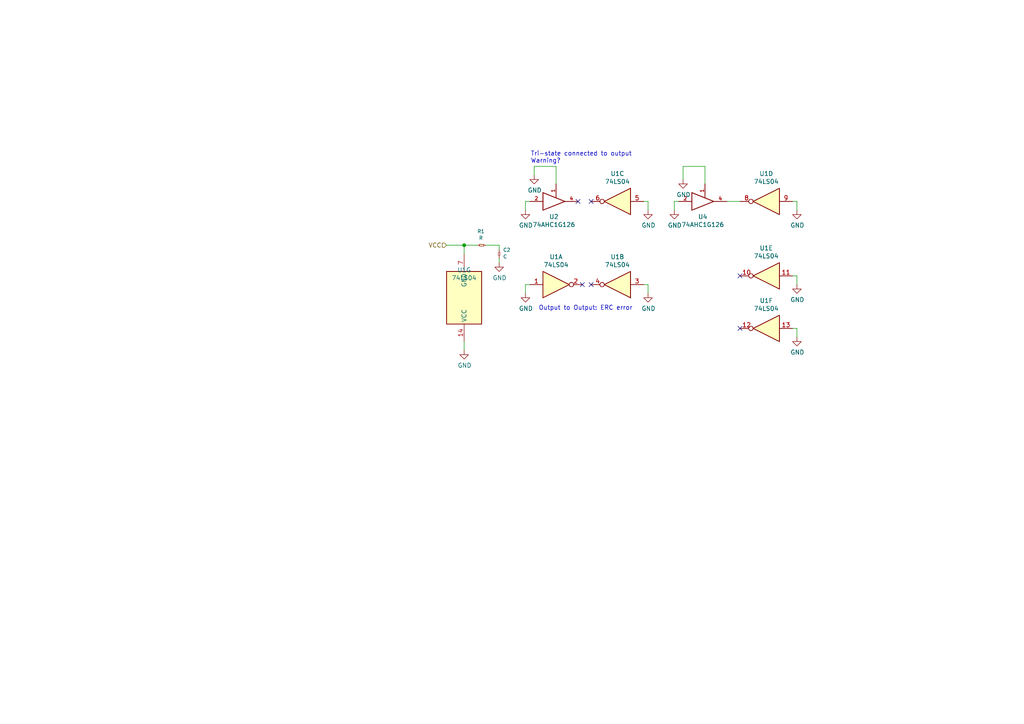
<source format=kicad_sch>
(kicad_sch (version 20230121) (generator eeschema)
  (paper "A4")
  (lib_symbols
    (symbol "74xGxx:74AHC1G126" (pin_names (offset 1.016))
      (property "Reference" "U" (at -2.54 3.81 0))
      (property "Value" "74AHC1G126" (at 0 -3.81 0))
      (symbol "74AHC1G126_0_1"
        (polyline (pts (xy -3.81 2.54) (xy -3.81 -2.54) (xy 2.54 0) (xy -3.81 2.54)) (stroke (width 0.254)))
      )
      (symbol "74AHC1G126_1_1"
        (pin input line (at 0 5.08 270) (length 3.937) (name "~") (number "1"))
        (pin input line (at -7.62 0 0) (length 3.81) (name "~") (number "2"))
        (pin power_in line (at 1.27 -1.27 270) (length 0) hide (name "GND") (number "3"))
        (pin tri_state line (at 6.35 0 180) (length 3.81) (name "~") (number "4"))
        (pin power_in line (at 1.27 1.27 90) (length 0) hide (name "VCC") (number "5"))
      )
    )
    (symbol "74xx:74LS04"
      (property "Reference" "U" (at 0 1.27 0))
      (property "Value" "74LS04" (at 0 -1.27 0))
      (symbol "74LS04_1_0"
        (polyline (pts (xy -3.81 3.81) (xy -3.81 -3.81) (xy 3.81 0) (xy -3.81 3.81)) (stroke (width 0.254)) (fill (type background)))
        (pin input line (at -7.62 0 0) (length 3.81) (name "~") (number "1"))
        (pin output inverted (at 7.62 0 180) (length 3.81) (name "~") (number "2"))
      )
      (symbol "74LS04_2_0"
        (polyline (pts (xy -3.81 3.81) (xy -3.81 -3.81) (xy 3.81 0) (xy -3.81 3.81)) (stroke (width 0.254)) (fill (type background)))
        (pin input line (at -7.62 0 0) (length 3.81) (name "~") (number "3"))
        (pin output inverted (at 7.62 0 180) (length 3.81) (name "~") (number "4"))
      )
      (symbol "74LS04_3_0"
        (polyline (pts (xy -3.81 3.81) (xy -3.81 -3.81) (xy 3.81 0) (xy -3.81 3.81)) (stroke (width 0.254)) (fill (type background)))
        (pin input line (at -7.62 0 0) (length 3.81) (name "~") (number "5"))
        (pin output inverted (at 7.62 0 180) (length 3.81) (name "~") (number "6"))
      )
      (symbol "74LS04_4_0"
        (polyline (pts (xy -3.81 3.81) (xy -3.81 -3.81) (xy 3.81 0) (xy -3.81 3.81)) (stroke (width 0.254)) (fill (type background)))
        (pin output inverted (at 7.62 0 180) (length 3.81) (name "~") (number "8"))
        (pin input line (at -7.62 0 0) (length 3.81) (name "~") (number "9"))
      )
      (symbol "74LS04_5_0"
        (polyline (pts (xy -3.81 3.81) (xy -3.81 -3.81) (xy 3.81 0) (xy -3.81 3.81)) (stroke (width 0.254)) (fill (type background)))
        (pin output inverted (at 7.62 0 180) (length 3.81) (name "~") (number "10"))
        (pin input line (at -7.62 0 0) (length 3.81) (name "~") (number "11"))
      )
      (symbol "74LS04_6_0"
        (polyline (pts (xy -3.81 3.81) (xy -3.81 -3.81) (xy 3.81 0) (xy -3.81 3.81)) (stroke (width 0.254)) (fill (type background)))
        (pin output inverted (at 7.62 0 180) (length 3.81) (name "~") (number "12"))
        (pin input line (at -7.62 0 0) (length 3.81) (name "~") (number "13"))
      )
      (symbol "74LS04_7_0"
        (pin power_in line (at 0 12.7 270) (length 5.08) (name "VCC") (number "14"))
        (pin power_in line (at 0 -12.7 90) (length 5.08) (name "GND") (number "7"))
      )
      (symbol "74LS04_7_1"
        (rectangle (start -5.08 7.62) (end 5.08 -7.62) (stroke (width 0.254)) (fill (type background)))
      )
    )
    (symbol "fail-project-rescue:C-passive" (pin_numbers hide) (pin_names (offset 1.016) hide)
      (property "Reference" "C" (at 0 1.27 0))
      (property "Value" "C-passive" (at 0 -1.27 0))
      (symbol "C-passive_0_1"
        (polyline (pts (xy -0.635 0) (xy -1.27 0)))
        (polyline (pts (xy -0.635 0) (xy -0.381 0)))
        (polyline (pts (xy -0.254 0.381) (xy -0.254 -0.381)))
        (polyline (pts (xy 0.254 0.381) (xy 0.254 -0.381)))
        (polyline (pts (xy 0.635 0) (xy 0.254 0)))
        (polyline (pts (xy 1.27 0) (xy 0.635 0)))
      )
      (symbol "C-passive_1_1"
        (pin passive line (at -1.27 0 0) (length 0) (name "1") (number "1"))
        (pin passive line (at 1.27 0 0) (length 0) (name "2") (number "2"))
      )
    )
    (symbol "fail-project-rescue:R-passive" (pin_numbers hide) (pin_names (offset 1.016) hide)
      (property "Reference" "R" (at 0 1.27 0))
      (property "Value" "R-passive" (at 0 -1.27 0))
      (symbol "R-passive_0_1"
        (polyline (pts (xy -0.635 0) (xy -1.27 0)))
        (polyline (pts (xy 1.27 0) (xy 0.635 0)))
        (rectangle (start 0.635 0.254) (end -0.635 -0.254) (fill (type background)))
      )
      (symbol "R-passive_1_1"
        (pin passive line (at -1.27 0 0) (length 0) (name "1") (number "1"))
        (pin passive line (at 1.27 0 0) (length 0) (name "2") (number "2"))
      )
    )
    (symbol "power:GND" (power) (pin_names (offset 0))
      (property "Value" "GND" (at 0 -3.81 0))
      (symbol "GND_0_1"
        (polyline (pts (xy 0 0) (xy 0 -1.27) (xy 1.27 -1.27) (xy 0 -2.54) (xy -1.27 -1.27) (xy 0 -1.27)))
      )
      (symbol "GND_1_1"
        (pin power_in line (at 0 0 270) (length 0) hide (name "GND") (number "1"))
      )
    )
  )
  (junction (at 134.62 71.12))
  (no_connect (at 167.64 58.42))
  (no_connect (at 171.45 82.55))
  (no_connect (at 168.91 82.55))
  (no_connect (at 171.45 58.42))
  (no_connect (at 214.63 80.01))
  (no_connect (at 214.63 95.25))
  (wire (pts (xy 210.82 58.42) (xy 214.63 58.42)))
  (wire (pts (xy 231.14 58.42) (xy 231.14 60.96)))
  (wire (pts (xy 231.14 80.01) (xy 231.14 82.55)))
  (wire (pts (xy 229.87 58.42) (xy 231.14 58.42)))
  (wire (pts (xy 161.29 48.26) (xy 161.29 53.34)))
  (wire (pts (xy 229.87 95.25) (xy 231.14 95.25)))
  (wire (pts (xy 134.62 71.12) (xy 134.62 73.66)))
  (wire (pts (xy 129.54 71.12) (xy 134.62 71.12)))
  (wire (pts (xy 187.96 58.42) (xy 187.96 60.96)))
  (wire (pts (xy 144.78 71.12) (xy 144.78 72.39)))
  (wire (pts (xy 134.62 71.12) (xy 138.43 71.12)))
  (wire (pts (xy 198.12 48.26) (xy 198.12 52.07)))
  (wire (pts (xy 140.97 71.12) (xy 144.78 71.12)))
  (wire (pts (xy 186.69 82.55) (xy 187.96 82.55)))
  (wire (pts (xy 196.85 58.42) (xy 195.58 58.42)))
  (wire (pts (xy 231.14 95.25) (xy 231.14 97.79)))
  (wire (pts (xy 153.67 82.55) (xy 152.4 82.55)))
  (wire (pts (xy 134.62 99.06) (xy 134.62 101.6)))
  (wire (pts (xy 152.4 58.42) (xy 152.4 60.96)))
  (wire (pts (xy 186.69 58.42) (xy 187.96 58.42)))
  (wire (pts (xy 154.94 48.26) (xy 161.29 48.26)))
  (wire (pts (xy 154.94 50.8) (xy 154.94 48.26)))
  (wire (pts (xy 195.58 58.42) (xy 195.58 60.96)))
  (wire (pts (xy 153.67 58.42) (xy 152.4 58.42)))
  (wire (pts (xy 204.47 48.26) (xy 198.12 48.26)))
  (wire (pts (xy 204.47 53.34) (xy 204.47 48.26)))
  (wire (pts (xy 144.78 74.93) (xy 144.78 76.2)))
  (wire (pts (xy 187.96 82.55) (xy 187.96 85.09)))
  (wire (pts (xy 229.87 80.01) (xy 231.14 80.01)))
  (wire (pts (xy 152.4 82.55) (xy 152.4 85.09)))
  (text "Tri-state connected to output\nWarning?" (at 153.924 47.498 0) (effects (font (size 1.27 1.27)) (justify left bottom)))
  (text "Output to Output: ERC error" (at 156.21 90.17 0) (effects (font (size 1.27 1.27)) (justify left bottom)))
  (hierarchical_label "VCC" (shape input) (at 129.54 71.12 180))
  (symbol (lib_id "fail-project-rescue:R-passive") (at 139.7 71.12 0) (unit 1)
    (property "Reference" "R1" (at 139.4968 67.1068 0) (effects (font (size 1.016 1.016))))
    (property "Value" "R" (at 139.4968 69.0372 0) (effects (font (size 1.016 1.016))))
    (property "Footprint" "Resistor_SMD:R_0402_1005Metric" (effects hide))
  )
  (symbol (lib_id "fail-project-rescue:C-passive") (at 144.78 73.66 270) (unit 1)
    (property "Reference" "C2" (at 145.8976 72.4916 90) (effects (font (size 1.016 1.016)) (justify left)))
    (property "Value" "C" (at 145.8976 74.422 90) (effects (font (size 1.016 1.016)) (justify left)))
    (property "Footprint" "Capacitor_SMD:C_0402_1005Metric" (effects hide))
  )
  (symbol (lib_id "power:GND") (at 144.78 76.2 0) (unit 1)
    (property "Reference" "#PWR03" (effects hide))
    (property "Value" "GND" (at 144.907 80.5942 0))
  )
  (symbol (lib_id "74xx:74LS04") (at 161.29 82.55 0) (unit 1)
    (property "Reference" "U1" (at 161.29 74.4982 0))
    (property "Value" "74LS04" (at 161.29 76.8096 0))
    (property "Datasheet" "http://www.ti.com/lit/gpn/sn74LS04" (effects hide))
  )
  (symbol (lib_id "74xx:74LS04") (at 179.07 82.55 180) (unit 2)
    (property "Reference" "U1" (at 179.07 74.4982 0))
    (property "Value" "74LS04" (at 179.07 76.8096 0))
    (property "Datasheet" "http://www.ti.com/lit/gpn/sn74LS04" (effects hide))
  )
  (symbol (lib_id "power:GND") (at 187.96 85.09 0) (unit 1)
    (property "Reference" "#PWR05" (effects hide))
    (property "Value" "GND" (at 188.087 89.4842 0))
  )
  (symbol (lib_id "power:GND") (at 152.4 85.09 0) (unit 1)
    (property "Reference" "#PWR04" (effects hide))
    (property "Value" "GND" (at 152.527 89.4842 0))
  )
  (symbol (lib_id "power:GND") (at 134.62 101.6 0) (unit 1)
    (property "Reference" "#PWR011" (effects hide))
    (property "Value" "GND" (at 134.747 105.9942 0))
  )
  (symbol (lib_id "power:GND") (at 152.4 60.96 0) (unit 1)
    (property "Reference" "#PWR0101" (effects hide))
    (property "Value" "GND" (at 152.527 65.3542 0))
  )
  (symbol (lib_id "power:GND") (at 195.58 60.96 0) (unit 1)
    (property "Reference" "#PWR06" (effects hide))
    (property "Value" "GND" (at 195.707 65.3542 0))
  )
  (symbol (lib_id "74xGxx:74AHC1G126") (at 161.29 58.42 0) (unit 1)
    (property "Reference" "U2" (at 160.655 62.8714 0))
    (property "Value" "74AHC1G126" (at 160.655 65.1701 0))
    (property "Datasheet" "http://www.ti.com/lit/sg/scyt129e/scyt129e.pdf" (effects hide))
  )
  (symbol (lib_id "power:GND") (at 154.94 50.8 0) (unit 1)
    (property "Reference" "#PWR0103" (effects hide))
    (property "Value" "GND" (at 155.067 55.1942 0))
  )
  (symbol (lib_id "74xx:74LS04") (at 222.25 80.01 180) (unit 5)
    (property "Reference" "U1" (at 222.25 71.9582 0))
    (property "Value" "74LS04" (at 222.25 74.2696 0))
    (property "Datasheet" "http://www.ti.com/lit/gpn/sn74LS04" (effects hide))
  )
  (symbol (lib_id "74xGxx:74AHC1G126") (at 204.47 58.42 0) (unit 1)
    (property "Reference" "U4" (at 203.835 62.8714 0))
    (property "Value" "74AHC1G126" (at 203.835 65.1701 0))
    (property "Datasheet" "http://www.ti.com/lit/sg/scyt129e/scyt129e.pdf" (effects hide))
  )
  (symbol (lib_id "power:GND") (at 231.14 82.55 0) (unit 1)
    (property "Reference" "#PWR09" (effects hide))
    (property "Value" "GND" (at 231.267 86.9442 0))
  )
  (symbol (lib_id "74xx:74LS04") (at 179.07 58.42 180) (unit 3)
    (property "Reference" "U1" (at 179.07 50.3682 0))
    (property "Value" "74LS04" (at 179.07 52.6796 0))
    (property "Datasheet" "http://www.ti.com/lit/gpn/sn74LS04" (effects hide))
  )
  (symbol (lib_id "power:GND") (at 198.12 52.07 0) (unit 1)
    (property "Reference" "#PWR07" (effects hide))
    (property "Value" "GND" (at 198.247 56.4642 0))
  )
  (symbol (lib_id "74xx:74LS04") (at 134.62 86.36 180) (unit 7)
    (property "Reference" "U1" (at 134.62 78.3082 0))
    (property "Value" "74LS04" (at 134.62 80.6196 0))
    (property "Datasheet" "http://www.ti.com/lit/gpn/sn74LS04" (effects hide))
  )
  (symbol (lib_id "74xx:74LS04") (at 222.25 95.25 180) (unit 6)
    (property "Reference" "U1" (at 222.25 87.1982 0))
    (property "Value" "74LS04" (at 222.25 89.5096 0))
    (property "Datasheet" "http://www.ti.com/lit/gpn/sn74LS04" (effects hide))
  )
  (symbol (lib_id "power:GND") (at 231.14 97.79 0) (unit 1)
    (property "Reference" "#PWR010" (effects hide))
    (property "Value" "GND" (at 231.267 102.1842 0))
  )
  (symbol (lib_id "74xx:74LS04") (at 222.25 58.42 180) (unit 4)
    (property "Reference" "U1" (at 222.25 50.3682 0))
    (property "Value" "74LS04" (at 222.25 52.6796 0))
    (property "Datasheet" "http://www.ti.com/lit/gpn/sn74LS04" (effects hide))
  )
  (symbol (lib_id "power:GND") (at 187.96 60.96 0) (unit 1)
    (property "Reference" "#PWR0102" (effects hide))
    (property "Value" "GND" (at 188.087 65.3542 0))
  )
  (symbol (lib_id "power:GND") (at 231.14 60.96 0) (unit 1)
    (property "Reference" "#PWR08" (effects hide))
    (property "Value" "GND" (at 231.267 65.3542 0))
  )
)
</source>
